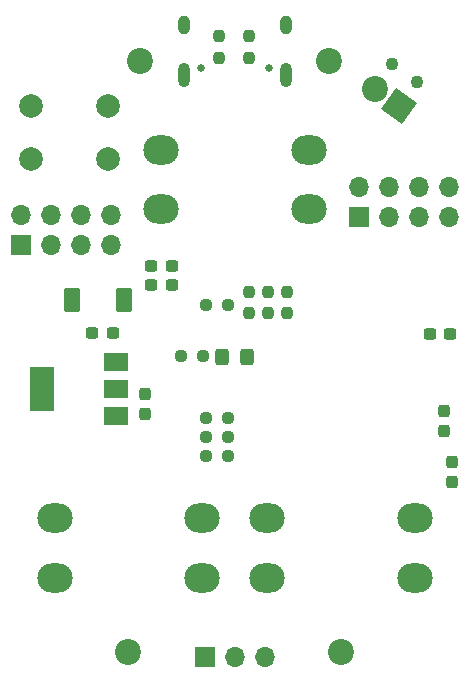
<source format=gts>
%TF.GenerationSoftware,KiCad,Pcbnew,7.0.6*%
%TF.CreationDate,2024-01-07T21:19:13+01:00*%
%TF.ProjectId,esp-lamp,6573702d-6c61-46d7-902e-6b696361645f,rev?*%
%TF.SameCoordinates,Original*%
%TF.FileFunction,Soldermask,Top*%
%TF.FilePolarity,Negative*%
%FSLAX46Y46*%
G04 Gerber Fmt 4.6, Leading zero omitted, Abs format (unit mm)*
G04 Created by KiCad (PCBNEW 7.0.6) date 2024-01-07 21:19:13*
%MOMM*%
%LPD*%
G01*
G04 APERTURE LIST*
G04 Aperture macros list*
%AMRoundRect*
0 Rectangle with rounded corners*
0 $1 Rounding radius*
0 $2 $3 $4 $5 $6 $7 $8 $9 X,Y pos of 4 corners*
0 Add a 4 corners polygon primitive as box body*
4,1,4,$2,$3,$4,$5,$6,$7,$8,$9,$2,$3,0*
0 Add four circle primitives for the rounded corners*
1,1,$1+$1,$2,$3*
1,1,$1+$1,$4,$5*
1,1,$1+$1,$6,$7*
1,1,$1+$1,$8,$9*
0 Add four rect primitives between the rounded corners*
20,1,$1+$1,$2,$3,$4,$5,0*
20,1,$1+$1,$4,$5,$6,$7,0*
20,1,$1+$1,$6,$7,$8,$9,0*
20,1,$1+$1,$8,$9,$2,$3,0*%
%AMRotRect*
0 Rectangle, with rotation*
0 The origin of the aperture is its center*
0 $1 length*
0 $2 width*
0 $3 Rotation angle, in degrees counterclockwise*
0 Add horizontal line*
21,1,$1,$2,0,0,$3*%
G04 Aperture macros list end*
%ADD10C,2.200000*%
%ADD11R,1.700000X1.700000*%
%ADD12O,1.700000X1.700000*%
%ADD13RoundRect,0.237500X-0.250000X-0.237500X0.250000X-0.237500X0.250000X0.237500X-0.250000X0.237500X0*%
%ADD14RoundRect,0.237500X0.237500X-0.250000X0.237500X0.250000X-0.237500X0.250000X-0.237500X-0.250000X0*%
%ADD15RoundRect,0.237500X0.237500X-0.300000X0.237500X0.300000X-0.237500X0.300000X-0.237500X-0.300000X0*%
%ADD16C,1.100000*%
%ADD17RotRect,2.200000X2.200000X144.500000*%
%ADD18RoundRect,0.237500X-0.300000X-0.237500X0.300000X-0.237500X0.300000X0.237500X-0.300000X0.237500X0*%
%ADD19O,3.000000X2.500000*%
%ADD20RoundRect,0.237500X-0.237500X0.300000X-0.237500X-0.300000X0.237500X-0.300000X0.237500X0.300000X0*%
%ADD21RoundRect,0.250000X-0.325000X-0.450000X0.325000X-0.450000X0.325000X0.450000X-0.325000X0.450000X0*%
%ADD22RoundRect,0.237500X0.300000X0.237500X-0.300000X0.237500X-0.300000X-0.237500X0.300000X-0.237500X0*%
%ADD23C,2.000000*%
%ADD24RoundRect,0.250000X-0.450000X-0.800000X0.450000X-0.800000X0.450000X0.800000X-0.450000X0.800000X0*%
%ADD25R,2.000000X1.500000*%
%ADD26R,2.000000X3.800000*%
%ADD27C,0.650000*%
%ADD28O,1.000000X1.600000*%
%ADD29O,1.000000X2.100000*%
G04 APERTURE END LIST*
D10*
%TO.C,REF\u002A\u002A*%
X143000000Y-125000000D03*
%TD*%
D11*
%TO.C,J3*%
X115920000Y-90540000D03*
D12*
X115920000Y-88000000D03*
X118460000Y-90540000D03*
X118460000Y-88000000D03*
X121000000Y-90540000D03*
X121000000Y-88000000D03*
X123540000Y-90540000D03*
X123540000Y-88000000D03*
%TD*%
D13*
%TO.C,R3*%
X131575000Y-106800000D03*
X133400000Y-106800000D03*
%TD*%
D11*
%TO.C,J2*%
X144520000Y-88200000D03*
D12*
X144520000Y-85660000D03*
X147060000Y-88200000D03*
X147060000Y-85660000D03*
X149600000Y-88200000D03*
X149600000Y-85660000D03*
X152140000Y-88200000D03*
X152140000Y-85660000D03*
%TD*%
D14*
%TO.C,R15*%
X132690000Y-74712500D03*
X132690000Y-72887500D03*
%TD*%
D15*
%TO.C,C4*%
X151700000Y-106312500D03*
X151700000Y-104587500D03*
%TD*%
D13*
%TO.C,R4*%
X131575000Y-108400000D03*
X133400000Y-108400000D03*
%TD*%
%TO.C,R5*%
X131587500Y-105200000D03*
X133412500Y-105200000D03*
%TD*%
D16*
%TO.C,J1*%
X149420386Y-76728198D03*
X147352532Y-75253212D03*
D17*
X147945400Y-78796051D03*
D10*
X145877547Y-77321065D03*
%TD*%
D14*
%TO.C,R16*%
X135200000Y-74712500D03*
X135200000Y-72887500D03*
%TD*%
D18*
%TO.C,C1*%
X121937500Y-98000000D03*
X123662500Y-98000000D03*
%TD*%
D19*
%TO.C,SW2*%
X127750000Y-82500000D03*
X140250000Y-82500000D03*
X127750000Y-87500000D03*
X140250000Y-87500000D03*
%TD*%
D14*
%TO.C,R10*%
X135200000Y-96312500D03*
X135200000Y-94487500D03*
%TD*%
D20*
%TO.C,C5*%
X152350000Y-108887500D03*
X152350000Y-110612500D03*
%TD*%
D21*
%TO.C,D1*%
X132950000Y-100000000D03*
X135000000Y-100000000D03*
%TD*%
D10*
%TO.C,REF\u002A\u002A*%
X142000000Y-75000000D03*
%TD*%
D22*
%TO.C,C11*%
X128662500Y-92300000D03*
X126937500Y-92300000D03*
%TD*%
D23*
%TO.C,SW1*%
X116750000Y-78750000D03*
X123250000Y-78750000D03*
X116750000Y-83250000D03*
X123250000Y-83250000D03*
%TD*%
D13*
%TO.C,R6*%
X131575000Y-95600000D03*
X133400000Y-95600000D03*
%TD*%
D10*
%TO.C,REF\u002A\u002A*%
X125000000Y-125000000D03*
%TD*%
D19*
%TO.C,SW3*%
X118750000Y-113700000D03*
X131250000Y-113700000D03*
X118750000Y-118700000D03*
X131250000Y-118700000D03*
%TD*%
D10*
%TO.C,REF\u002A\u002A*%
X126000000Y-75000000D03*
%TD*%
D11*
%TO.C,J4*%
X131460000Y-125400000D03*
D12*
X134000000Y-125400000D03*
X136540000Y-125400000D03*
%TD*%
D18*
%TO.C,C3*%
X150487500Y-98100000D03*
X152212500Y-98100000D03*
%TD*%
D14*
%TO.C,R9*%
X138400000Y-96312500D03*
X138400000Y-94487500D03*
%TD*%
D24*
%TO.C,D2*%
X120200000Y-95200000D03*
X124600000Y-95200000D03*
%TD*%
D25*
%TO.C,U1*%
X123950000Y-105050000D03*
X123950000Y-102750000D03*
D26*
X117650000Y-102750000D03*
D25*
X123950000Y-100450000D03*
%TD*%
D22*
%TO.C,C10*%
X128662500Y-93900000D03*
X126937500Y-93900000D03*
%TD*%
D14*
%TO.C,R8*%
X136800000Y-96312500D03*
X136800000Y-94487500D03*
%TD*%
D13*
%TO.C,R14*%
X129475000Y-99900000D03*
X131300000Y-99900000D03*
%TD*%
D19*
%TO.C,SW4*%
X136750000Y-113700000D03*
X149250000Y-113700000D03*
X136750000Y-118700000D03*
X149250000Y-118700000D03*
%TD*%
D20*
%TO.C,C2*%
X126400000Y-103137500D03*
X126400000Y-104862500D03*
%TD*%
D27*
%TO.C,J5*%
X131110000Y-75600000D03*
X136890000Y-75600000D03*
D28*
X129680000Y-71950000D03*
D29*
X129680000Y-76130000D03*
D28*
X138320000Y-71950000D03*
D29*
X138320000Y-76130000D03*
%TD*%
M02*

</source>
